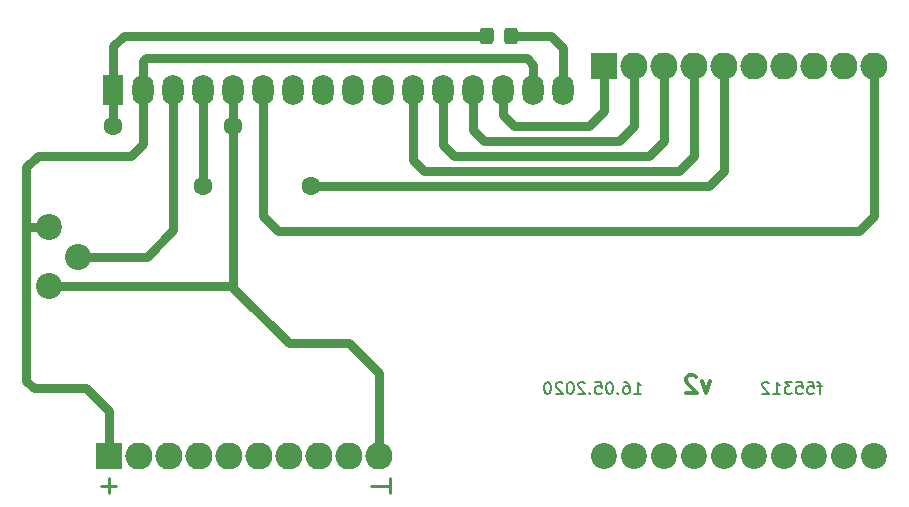
<source format=gbr>
G04 #@! TF.GenerationSoftware,KiCad,Pcbnew,(5.1.8)-1*
G04 #@! TF.CreationDate,2020-11-07T16:06:15+03:00*
G04 #@! TF.ProjectId,LCD,4c43442e-6b69-4636-9164-5f7063625858,rev?*
G04 #@! TF.SameCoordinates,Original*
G04 #@! TF.FileFunction,Copper,L2,Bot*
G04 #@! TF.FilePolarity,Positive*
%FSLAX46Y46*%
G04 Gerber Fmt 4.6, Leading zero omitted, Abs format (unit mm)*
G04 Created by KiCad (PCBNEW (5.1.8)-1) date 2020-11-07 16:06:15*
%MOMM*%
%LPD*%
G01*
G04 APERTURE LIST*
G04 #@! TA.AperFunction,NonConductor*
%ADD10C,0.200000*%
G04 #@! TD*
G04 #@! TA.AperFunction,NonConductor*
%ADD11C,0.300000*%
G04 #@! TD*
G04 #@! TA.AperFunction,ComponentPad*
%ADD12R,2.300000X2.300000*%
G04 #@! TD*
G04 #@! TA.AperFunction,ComponentPad*
%ADD13O,2.300000X2.300000*%
G04 #@! TD*
G04 #@! TA.AperFunction,ComponentPad*
%ADD14O,1.800000X2.600000*%
G04 #@! TD*
G04 #@! TA.AperFunction,ComponentPad*
%ADD15R,1.800000X2.600000*%
G04 #@! TD*
G04 #@! TA.AperFunction,ComponentPad*
%ADD16C,2.200000*%
G04 #@! TD*
G04 #@! TA.AperFunction,ViaPad*
%ADD17C,2.200000*%
G04 #@! TD*
G04 #@! TA.AperFunction,ViaPad*
%ADD18C,1.600000*%
G04 #@! TD*
G04 #@! TA.AperFunction,Conductor*
%ADD19C,0.250000*%
G04 #@! TD*
G04 #@! TA.AperFunction,Conductor*
%ADD20C,0.800000*%
G04 #@! TD*
G04 #@! TA.AperFunction,Conductor*
%ADD21C,0.600000*%
G04 #@! TD*
G04 APERTURE END LIST*
D10*
X138461428Y-56300714D02*
X138080476Y-56300714D01*
X138318571Y-56967380D02*
X138318571Y-56110238D01*
X138270952Y-56015000D01*
X138175714Y-55967380D01*
X138080476Y-55967380D01*
X137270952Y-55967380D02*
X137747142Y-55967380D01*
X137794761Y-56443571D01*
X137747142Y-56395952D01*
X137651904Y-56348333D01*
X137413809Y-56348333D01*
X137318571Y-56395952D01*
X137270952Y-56443571D01*
X137223333Y-56538809D01*
X137223333Y-56776904D01*
X137270952Y-56872142D01*
X137318571Y-56919761D01*
X137413809Y-56967380D01*
X137651904Y-56967380D01*
X137747142Y-56919761D01*
X137794761Y-56872142D01*
X136318571Y-55967380D02*
X136794761Y-55967380D01*
X136842380Y-56443571D01*
X136794761Y-56395952D01*
X136699523Y-56348333D01*
X136461428Y-56348333D01*
X136366190Y-56395952D01*
X136318571Y-56443571D01*
X136270952Y-56538809D01*
X136270952Y-56776904D01*
X136318571Y-56872142D01*
X136366190Y-56919761D01*
X136461428Y-56967380D01*
X136699523Y-56967380D01*
X136794761Y-56919761D01*
X136842380Y-56872142D01*
X135937619Y-55967380D02*
X135318571Y-55967380D01*
X135651904Y-56348333D01*
X135509047Y-56348333D01*
X135413809Y-56395952D01*
X135366190Y-56443571D01*
X135318571Y-56538809D01*
X135318571Y-56776904D01*
X135366190Y-56872142D01*
X135413809Y-56919761D01*
X135509047Y-56967380D01*
X135794761Y-56967380D01*
X135890000Y-56919761D01*
X135937619Y-56872142D01*
X134366190Y-56967380D02*
X134937619Y-56967380D01*
X134651904Y-56967380D02*
X134651904Y-55967380D01*
X134747142Y-56110238D01*
X134842380Y-56205476D01*
X134937619Y-56253095D01*
X133985238Y-56062619D02*
X133937619Y-56015000D01*
X133842380Y-55967380D01*
X133604285Y-55967380D01*
X133509047Y-56015000D01*
X133461428Y-56062619D01*
X133413809Y-56157857D01*
X133413809Y-56253095D01*
X133461428Y-56395952D01*
X134032857Y-56967380D01*
X133413809Y-56967380D01*
D11*
X129023928Y-55876071D02*
X128666785Y-56876071D01*
X128309642Y-55876071D01*
X127809642Y-55518928D02*
X127738214Y-55447500D01*
X127595357Y-55376071D01*
X127238214Y-55376071D01*
X127095357Y-55447500D01*
X127023928Y-55518928D01*
X126952500Y-55661785D01*
X126952500Y-55804642D01*
X127023928Y-56018928D01*
X127881071Y-56876071D01*
X126952500Y-56876071D01*
D10*
X122586309Y-56967380D02*
X123157738Y-56967380D01*
X122872023Y-56967380D02*
X122872023Y-55967380D01*
X122967261Y-56110238D01*
X123062500Y-56205476D01*
X123157738Y-56253095D01*
X121729166Y-55967380D02*
X121919642Y-55967380D01*
X122014880Y-56015000D01*
X122062500Y-56062619D01*
X122157738Y-56205476D01*
X122205357Y-56395952D01*
X122205357Y-56776904D01*
X122157738Y-56872142D01*
X122110119Y-56919761D01*
X122014880Y-56967380D01*
X121824404Y-56967380D01*
X121729166Y-56919761D01*
X121681547Y-56872142D01*
X121633928Y-56776904D01*
X121633928Y-56538809D01*
X121681547Y-56443571D01*
X121729166Y-56395952D01*
X121824404Y-56348333D01*
X122014880Y-56348333D01*
X122110119Y-56395952D01*
X122157738Y-56443571D01*
X122205357Y-56538809D01*
X121205357Y-56872142D02*
X121157738Y-56919761D01*
X121205357Y-56967380D01*
X121252976Y-56919761D01*
X121205357Y-56872142D01*
X121205357Y-56967380D01*
X120538690Y-55967380D02*
X120443452Y-55967380D01*
X120348214Y-56015000D01*
X120300595Y-56062619D01*
X120252976Y-56157857D01*
X120205357Y-56348333D01*
X120205357Y-56586428D01*
X120252976Y-56776904D01*
X120300595Y-56872142D01*
X120348214Y-56919761D01*
X120443452Y-56967380D01*
X120538690Y-56967380D01*
X120633928Y-56919761D01*
X120681547Y-56872142D01*
X120729166Y-56776904D01*
X120776785Y-56586428D01*
X120776785Y-56348333D01*
X120729166Y-56157857D01*
X120681547Y-56062619D01*
X120633928Y-56015000D01*
X120538690Y-55967380D01*
X119300595Y-55967380D02*
X119776785Y-55967380D01*
X119824404Y-56443571D01*
X119776785Y-56395952D01*
X119681547Y-56348333D01*
X119443452Y-56348333D01*
X119348214Y-56395952D01*
X119300595Y-56443571D01*
X119252976Y-56538809D01*
X119252976Y-56776904D01*
X119300595Y-56872142D01*
X119348214Y-56919761D01*
X119443452Y-56967380D01*
X119681547Y-56967380D01*
X119776785Y-56919761D01*
X119824404Y-56872142D01*
X118824404Y-56872142D02*
X118776785Y-56919761D01*
X118824404Y-56967380D01*
X118872023Y-56919761D01*
X118824404Y-56872142D01*
X118824404Y-56967380D01*
X118395833Y-56062619D02*
X118348214Y-56015000D01*
X118252976Y-55967380D01*
X118014880Y-55967380D01*
X117919642Y-56015000D01*
X117872023Y-56062619D01*
X117824404Y-56157857D01*
X117824404Y-56253095D01*
X117872023Y-56395952D01*
X118443452Y-56967380D01*
X117824404Y-56967380D01*
X117205357Y-55967380D02*
X117110119Y-55967380D01*
X117014880Y-56015000D01*
X116967261Y-56062619D01*
X116919642Y-56157857D01*
X116872023Y-56348333D01*
X116872023Y-56586428D01*
X116919642Y-56776904D01*
X116967261Y-56872142D01*
X117014880Y-56919761D01*
X117110119Y-56967380D01*
X117205357Y-56967380D01*
X117300595Y-56919761D01*
X117348214Y-56872142D01*
X117395833Y-56776904D01*
X117443452Y-56586428D01*
X117443452Y-56348333D01*
X117395833Y-56157857D01*
X117348214Y-56062619D01*
X117300595Y-56015000D01*
X117205357Y-55967380D01*
X116491071Y-56062619D02*
X116443452Y-56015000D01*
X116348214Y-55967380D01*
X116110119Y-55967380D01*
X116014880Y-56015000D01*
X115967261Y-56062619D01*
X115919642Y-56157857D01*
X115919642Y-56253095D01*
X115967261Y-56395952D01*
X116538690Y-56967380D01*
X115919642Y-56967380D01*
X115300595Y-55967380D02*
X115205357Y-55967380D01*
X115110119Y-56015000D01*
X115062500Y-56062619D01*
X115014880Y-56157857D01*
X114967261Y-56348333D01*
X114967261Y-56586428D01*
X115014880Y-56776904D01*
X115062500Y-56872142D01*
X115110119Y-56919761D01*
X115205357Y-56967380D01*
X115300595Y-56967380D01*
X115395833Y-56919761D01*
X115443452Y-56872142D01*
X115491071Y-56776904D01*
X115538690Y-56586428D01*
X115538690Y-56348333D01*
X115491071Y-56157857D01*
X115443452Y-56062619D01*
X115395833Y-56015000D01*
X115300595Y-55967380D01*
D12*
X78105000Y-62230000D03*
D13*
X80645000Y-62230000D03*
X83185000Y-62230000D03*
X85725000Y-62230000D03*
X88265000Y-62230000D03*
X90805000Y-62230000D03*
X93345000Y-62230000D03*
X95885000Y-62230000D03*
X98425000Y-62230000D03*
X100965000Y-62230000D03*
X142875000Y-29210000D03*
X140335000Y-29210000D03*
X137795000Y-29210000D03*
X135255000Y-29210000D03*
X132715000Y-29210000D03*
X130175000Y-29210000D03*
X127635000Y-29210000D03*
X125095000Y-29210000D03*
X122555000Y-29210000D03*
D12*
X120015000Y-29210000D03*
D14*
X116586000Y-31242000D03*
X114046000Y-31242000D03*
X111506000Y-31242000D03*
X108966000Y-31242000D03*
X106426000Y-31242000D03*
X103886000Y-31242000D03*
X101346000Y-31242000D03*
X98806000Y-31242000D03*
X96266000Y-31242000D03*
X93726000Y-31242000D03*
X91186000Y-31242000D03*
X88646000Y-31242000D03*
X86106000Y-31242000D03*
X83566000Y-31242000D03*
X81026000Y-31242000D03*
D15*
X78486000Y-31242000D03*
G04 #@! TA.AperFunction,SMDPad,CuDef*
G36*
G01*
X112725000Y-26219999D02*
X112725000Y-27120001D01*
G75*
G02*
X112475001Y-27370000I-249999J0D01*
G01*
X111824999Y-27370000D01*
G75*
G02*
X111575000Y-27120001I0J249999D01*
G01*
X111575000Y-26219999D01*
G75*
G02*
X111824999Y-25970000I249999J0D01*
G01*
X112475001Y-25970000D01*
G75*
G02*
X112725000Y-26219999I0J-249999D01*
G01*
G37*
G04 #@! TD.AperFunction*
G04 #@! TA.AperFunction,SMDPad,CuDef*
G36*
G01*
X110675000Y-26219999D02*
X110675000Y-27120001D01*
G75*
G02*
X110425001Y-27370000I-249999J0D01*
G01*
X109774999Y-27370000D01*
G75*
G02*
X109525000Y-27120001I0J249999D01*
G01*
X109525000Y-26219999D01*
G75*
G02*
X109774999Y-25970000I249999J0D01*
G01*
X110425001Y-25970000D01*
G75*
G02*
X110675000Y-26219999I0J-249999D01*
G01*
G37*
G04 #@! TD.AperFunction*
D16*
X73025000Y-47862500D03*
X75525000Y-45362500D03*
X73025000Y-42862500D03*
D17*
X120015000Y-62230000D03*
X122555000Y-62230000D03*
X125095000Y-62230000D03*
X127635000Y-62230000D03*
X130175000Y-62230000D03*
X132715000Y-62230000D03*
X135255000Y-62230000D03*
X137795000Y-62230000D03*
X140335000Y-62230000D03*
X142875000Y-62230000D03*
D18*
X88646000Y-34290000D03*
X78486000Y-34290000D03*
X86106000Y-39370000D03*
X95250000Y-39370000D03*
D19*
X100330000Y-64770000D02*
X101917500Y-64770000D01*
X101917500Y-65405000D02*
X101917500Y-64135000D01*
X78105000Y-64135000D02*
X78105000Y-65405000D01*
X77470000Y-64770000D02*
X78740000Y-64770000D01*
D20*
X81026000Y-31242000D02*
X81026000Y-28829000D01*
X81026000Y-28829000D02*
X81280000Y-28575000D01*
X114046000Y-29142000D02*
X114046000Y-31242000D01*
X113479000Y-28575000D02*
X114046000Y-29142000D01*
X81280000Y-28575000D02*
X113479000Y-28575000D01*
X71755000Y-56515000D02*
X71120000Y-55880000D01*
X81026000Y-35814000D02*
X81026000Y-31242000D01*
X80010000Y-36830000D02*
X81026000Y-35814000D01*
X71120000Y-37782500D02*
X72072500Y-36830000D01*
X72072500Y-36830000D02*
X80010000Y-36830000D01*
X71120000Y-55880000D02*
X71120000Y-42862500D01*
X73025000Y-42862500D02*
X71120000Y-42862500D01*
X71120000Y-42862500D02*
X71120000Y-37782500D01*
X78105000Y-58420000D02*
X78105000Y-62230000D01*
X76200000Y-56515000D02*
X78105000Y-58420000D01*
X76200000Y-56515000D02*
X71755000Y-56515000D01*
X88646000Y-36576000D02*
X88646000Y-36576000D01*
X88646000Y-31242000D02*
X88646000Y-34544000D01*
X98425000Y-52705000D02*
X100965000Y-55245000D01*
X100965000Y-55245000D02*
X100965000Y-62230000D01*
X78486000Y-31242000D02*
X78486000Y-27559000D01*
X78486000Y-27559000D02*
X79375000Y-26670000D01*
X78486000Y-31301000D02*
X78486000Y-34290000D01*
X78486000Y-34290000D02*
X78486000Y-34290000D01*
X88646000Y-34544000D02*
X88646000Y-47862500D01*
X79375000Y-26670000D02*
X110100000Y-26670000D01*
X73025000Y-47862500D02*
X88646000Y-47862500D01*
X88646000Y-48006000D02*
X93345000Y-52705000D01*
X88646000Y-47862500D02*
X88646000Y-48006000D01*
X93345000Y-52705000D02*
X98425000Y-52705000D01*
X142875000Y-39370000D02*
X142875000Y-29210000D01*
X141605000Y-43180000D02*
X142875000Y-41910000D01*
X142875000Y-41910000D02*
X142875000Y-39370000D01*
X92456000Y-43180000D02*
X141605000Y-43180000D01*
X91186000Y-31242000D02*
X91186000Y-41910000D01*
X91186000Y-41910000D02*
X92456000Y-43180000D01*
X86106000Y-31242000D02*
X86106000Y-39370000D01*
X128905000Y-39370000D02*
X130175000Y-38100000D01*
X130175000Y-38100000D02*
X130175000Y-29210000D01*
X128905000Y-39370000D02*
X95250000Y-39370000D01*
X103886000Y-31242000D02*
X103886000Y-37211000D01*
X103886000Y-37211000D02*
X104775000Y-38100000D01*
X126365000Y-38100000D02*
X127635000Y-36830000D01*
X127635000Y-36830000D02*
X127635000Y-29210000D01*
X104775000Y-38100000D02*
X126365000Y-38100000D01*
X106426000Y-35941000D02*
X107315000Y-36830000D01*
X106426000Y-31242000D02*
X106426000Y-35941000D01*
X123825000Y-36830000D02*
X125095000Y-35560000D01*
X125095000Y-35560000D02*
X125095000Y-29210000D01*
X107315000Y-36830000D02*
X123825000Y-36830000D01*
X108966000Y-34671000D02*
X109855000Y-35560000D01*
X108966000Y-31242000D02*
X108966000Y-34671000D01*
X121285000Y-35560000D02*
X122555000Y-34290000D01*
X122555000Y-34290000D02*
X122555000Y-29210000D01*
X109855000Y-35560000D02*
X121285000Y-35560000D01*
X111506000Y-33401000D02*
X112395000Y-34290000D01*
X111506000Y-31242000D02*
X111506000Y-33401000D01*
X118745000Y-34290000D02*
X120015000Y-33020000D01*
X120015000Y-33020000D02*
X120015000Y-29210000D01*
X112395000Y-34290000D02*
X118745000Y-34290000D01*
X83566000Y-31242000D02*
X83566000Y-39624000D01*
X75525000Y-45362500D02*
X81320000Y-45362500D01*
X83566000Y-43116500D02*
X83566000Y-39624000D01*
X81320000Y-45362500D02*
X83566000Y-43116500D01*
D21*
X96266000Y-31242000D02*
X96266000Y-31642000D01*
D20*
X116586000Y-27686000D02*
X116586000Y-31242000D01*
X115570000Y-26670000D02*
X116586000Y-27686000D01*
X115570000Y-26670000D02*
X112150000Y-26670000D01*
M02*

</source>
